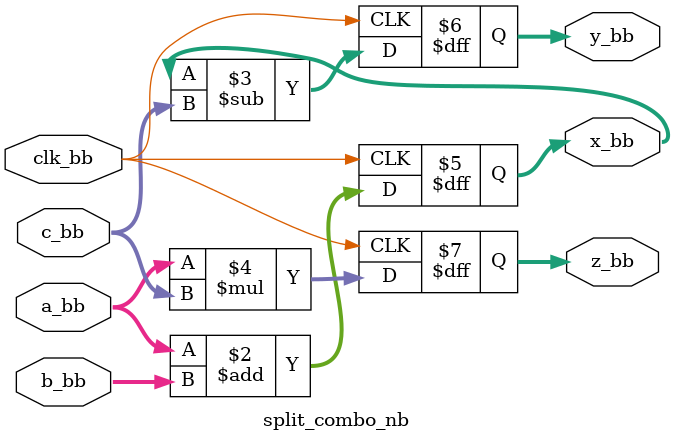
<source format=sv>
module split_combo_nb (
    input logic [7:0] a_bb,
    input logic [7:0] b_bb,
    input logic [7:0] c_bb,
    input logic clk_bb,
    output logic [7:0] x_bb,
    output logic [7:0] y_bb,
    output logic [7:0] z_bb
);
    logic [7:0] temp_bb;
    always @(posedge clk_bb) begin
        x_bb <= a_bb + b_bb;
        y_bb <= x_bb - c_bb;
        z_bb <= a_bb * c_bb;
    end
endmodule


</source>
